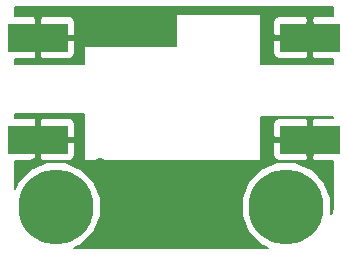
<source format=gbl>
G04 #@! TF.FileFunction,Copper,L2,Bot,Signal*
%FSLAX46Y46*%
G04 Gerber Fmt 4.6, Leading zero omitted, Abs format (unit mm)*
G04 Created by KiCad (PCBNEW (after 2015-mar-04 BZR unknown)-product) date 4/20/2017 4:49:57 PM*
%MOMM*%
G01*
G04 APERTURE LIST*
%ADD10C,0.150000*%
%ADD11R,5.080000X2.413000*%
%ADD12C,6.350000*%
%ADD13C,0.889000*%
%ADD14C,0.635000*%
%ADD15C,0.203200*%
G04 APERTURE END LIST*
D10*
D11*
X2500000Y-3182000D03*
X2500000Y-11818000D03*
X25500000Y-3182000D03*
X25500000Y-11818000D03*
D12*
X23500000Y-17500000D03*
X4000000Y-17500000D03*
D13*
X2500000Y-1250000D03*
X2250000Y-13750000D03*
X25500000Y-13750000D03*
X25500000Y-1250000D03*
X11250000Y-2500000D03*
X7750000Y-13750000D03*
X12750000Y-14000000D03*
X17500000Y-14000000D03*
D14*
X25500000Y-2000000D02*
X25500000Y-3182000D01*
X25500000Y-11818000D02*
X25500000Y-13000000D01*
X2500000Y-12750000D02*
X2500000Y-11818000D01*
X2500000Y-3182000D02*
X2500000Y-2500000D01*
D15*
G36*
X27453900Y-5398400D02*
X25347600Y-5398400D01*
X25347600Y-4845700D01*
X25347600Y-3334400D01*
X25347600Y-3029600D01*
X25347600Y-1518300D01*
X25195200Y-1365900D01*
X22838743Y-1365900D01*
X22614689Y-1458706D01*
X22443206Y-1630189D01*
X22350400Y-1854243D01*
X22350400Y-2096757D01*
X22350400Y-2877200D01*
X22502800Y-3029600D01*
X25347600Y-3029600D01*
X25347600Y-3334400D01*
X22502800Y-3334400D01*
X22350400Y-3486800D01*
X22350400Y-4267243D01*
X22350400Y-4509757D01*
X22443206Y-4733811D01*
X22614689Y-4905294D01*
X22838743Y-4998100D01*
X25195200Y-4998100D01*
X25347600Y-4845700D01*
X25347600Y-5398400D01*
X21351600Y-5398400D01*
X21351600Y-1148400D01*
X14148400Y-1148400D01*
X14148400Y-3898400D01*
X6398400Y-3898400D01*
X6398400Y-5398400D01*
X5649600Y-5398400D01*
X5649600Y-4509757D01*
X5649600Y-4267243D01*
X5649600Y-3486800D01*
X5649600Y-2877200D01*
X5649600Y-2096757D01*
X5649600Y-1854243D01*
X5556794Y-1630189D01*
X5385311Y-1458706D01*
X5161257Y-1365900D01*
X2804800Y-1365900D01*
X2652400Y-1518300D01*
X2652400Y-3029600D01*
X5497200Y-3029600D01*
X5649600Y-2877200D01*
X5649600Y-3486800D01*
X5497200Y-3334400D01*
X2652400Y-3334400D01*
X2652400Y-4845700D01*
X2804800Y-4998100D01*
X5161257Y-4998100D01*
X5385311Y-4905294D01*
X5556794Y-4733811D01*
X5649600Y-4509757D01*
X5649600Y-5398400D01*
X546100Y-5398400D01*
X546100Y-4998100D01*
X2195200Y-4998100D01*
X2347600Y-4845700D01*
X2347600Y-3334400D01*
X2327600Y-3334400D01*
X2327600Y-3029600D01*
X2347600Y-3029600D01*
X2347600Y-1518300D01*
X2195200Y-1365900D01*
X546100Y-1365900D01*
X546100Y-546100D01*
X27453900Y-546100D01*
X27453900Y-1365900D01*
X25804800Y-1365900D01*
X25652400Y-1518300D01*
X25652400Y-3029600D01*
X25672400Y-3029600D01*
X25672400Y-3334400D01*
X25652400Y-3334400D01*
X25652400Y-4845700D01*
X25804800Y-4998100D01*
X27453900Y-4998100D01*
X27453900Y-5398400D01*
X27453900Y-5398400D01*
G37*
X27453900Y-5398400D02*
X25347600Y-5398400D01*
X25347600Y-4845700D01*
X25347600Y-3334400D01*
X25347600Y-3029600D01*
X25347600Y-1518300D01*
X25195200Y-1365900D01*
X22838743Y-1365900D01*
X22614689Y-1458706D01*
X22443206Y-1630189D01*
X22350400Y-1854243D01*
X22350400Y-2096757D01*
X22350400Y-2877200D01*
X22502800Y-3029600D01*
X25347600Y-3029600D01*
X25347600Y-3334400D01*
X22502800Y-3334400D01*
X22350400Y-3486800D01*
X22350400Y-4267243D01*
X22350400Y-4509757D01*
X22443206Y-4733811D01*
X22614689Y-4905294D01*
X22838743Y-4998100D01*
X25195200Y-4998100D01*
X25347600Y-4845700D01*
X25347600Y-5398400D01*
X21351600Y-5398400D01*
X21351600Y-1148400D01*
X14148400Y-1148400D01*
X14148400Y-3898400D01*
X6398400Y-3898400D01*
X6398400Y-5398400D01*
X5649600Y-5398400D01*
X5649600Y-4509757D01*
X5649600Y-4267243D01*
X5649600Y-3486800D01*
X5649600Y-2877200D01*
X5649600Y-2096757D01*
X5649600Y-1854243D01*
X5556794Y-1630189D01*
X5385311Y-1458706D01*
X5161257Y-1365900D01*
X2804800Y-1365900D01*
X2652400Y-1518300D01*
X2652400Y-3029600D01*
X5497200Y-3029600D01*
X5649600Y-2877200D01*
X5649600Y-3486800D01*
X5497200Y-3334400D01*
X2652400Y-3334400D01*
X2652400Y-4845700D01*
X2804800Y-4998100D01*
X5161257Y-4998100D01*
X5385311Y-4905294D01*
X5556794Y-4733811D01*
X5649600Y-4509757D01*
X5649600Y-5398400D01*
X546100Y-5398400D01*
X546100Y-4998100D01*
X2195200Y-4998100D01*
X2347600Y-4845700D01*
X2347600Y-3334400D01*
X2327600Y-3334400D01*
X2327600Y-3029600D01*
X2347600Y-3029600D01*
X2347600Y-1518300D01*
X2195200Y-1365900D01*
X546100Y-1365900D01*
X546100Y-546100D01*
X27453900Y-546100D01*
X27453900Y-1365900D01*
X25804800Y-1365900D01*
X25652400Y-1518300D01*
X25652400Y-3029600D01*
X25672400Y-3029600D01*
X25672400Y-3334400D01*
X25652400Y-3334400D01*
X25652400Y-4845700D01*
X25804800Y-4998100D01*
X27453900Y-4998100D01*
X27453900Y-5398400D01*
G36*
X27453900Y-17446212D02*
X27340623Y-18015692D01*
X27284102Y-18072213D01*
X27285256Y-16750499D01*
X26710299Y-15358997D01*
X25646603Y-14293443D01*
X25347600Y-14169286D01*
X25347600Y-13481700D01*
X25347600Y-11970400D01*
X25347600Y-11665600D01*
X25347600Y-10154300D01*
X25195200Y-10001900D01*
X22838743Y-10001900D01*
X22614689Y-10094706D01*
X22443206Y-10266189D01*
X22350400Y-10490243D01*
X22350400Y-10732757D01*
X22350400Y-11513200D01*
X22502800Y-11665600D01*
X25347600Y-11665600D01*
X25347600Y-11970400D01*
X22502800Y-11970400D01*
X22350400Y-12122800D01*
X22350400Y-12903243D01*
X22350400Y-13145757D01*
X22443206Y-13369811D01*
X22614689Y-13541294D01*
X22838743Y-13634100D01*
X25195200Y-13634100D01*
X25347600Y-13481700D01*
X25347600Y-14169286D01*
X24256106Y-13716058D01*
X22750499Y-13714744D01*
X21358997Y-14289701D01*
X20293443Y-15353397D01*
X19716058Y-16743894D01*
X19714744Y-18249501D01*
X20289701Y-19641003D01*
X21353397Y-20706557D01*
X21949064Y-20953900D01*
X5551443Y-20953900D01*
X6141003Y-20710299D01*
X7206557Y-19646603D01*
X7783942Y-18256106D01*
X7785256Y-16750499D01*
X7210299Y-15358997D01*
X6146603Y-14293443D01*
X5649600Y-14087069D01*
X5649600Y-13145757D01*
X5649600Y-12903243D01*
X5649600Y-12122800D01*
X5649600Y-11513200D01*
X5649600Y-10732757D01*
X5649600Y-10490243D01*
X5556794Y-10266189D01*
X5385311Y-10094706D01*
X5161257Y-10001900D01*
X2804800Y-10001900D01*
X2652400Y-10154300D01*
X2652400Y-11665600D01*
X5497200Y-11665600D01*
X5649600Y-11513200D01*
X5649600Y-12122800D01*
X5497200Y-11970400D01*
X2652400Y-11970400D01*
X2652400Y-13481700D01*
X2804800Y-13634100D01*
X5161257Y-13634100D01*
X5385311Y-13541294D01*
X5556794Y-13369811D01*
X5649600Y-13145757D01*
X5649600Y-14087069D01*
X4756106Y-13716058D01*
X3250499Y-13714744D01*
X1858997Y-14289701D01*
X793443Y-15353397D01*
X546100Y-15949064D01*
X546100Y-13634100D01*
X2195200Y-13634100D01*
X2347600Y-13481700D01*
X2347600Y-11970400D01*
X2327600Y-11970400D01*
X2327600Y-11665600D01*
X2347600Y-11665600D01*
X2347600Y-10154300D01*
X2195200Y-10001900D01*
X546100Y-10001900D01*
X546100Y-9601600D01*
X6398400Y-9601600D01*
X6398400Y-13601600D01*
X21351600Y-13601600D01*
X21351600Y-9851600D01*
X27453900Y-9851600D01*
X27453900Y-10001900D01*
X25804800Y-10001900D01*
X25652400Y-10154300D01*
X25652400Y-11665600D01*
X25672400Y-11665600D01*
X25672400Y-11970400D01*
X25652400Y-11970400D01*
X25652400Y-13481700D01*
X25804800Y-13634100D01*
X27453900Y-13634100D01*
X27453900Y-17446212D01*
X27453900Y-17446212D01*
G37*
X27453900Y-17446212D02*
X27340623Y-18015692D01*
X27284102Y-18072213D01*
X27285256Y-16750499D01*
X26710299Y-15358997D01*
X25646603Y-14293443D01*
X25347600Y-14169286D01*
X25347600Y-13481700D01*
X25347600Y-11970400D01*
X25347600Y-11665600D01*
X25347600Y-10154300D01*
X25195200Y-10001900D01*
X22838743Y-10001900D01*
X22614689Y-10094706D01*
X22443206Y-10266189D01*
X22350400Y-10490243D01*
X22350400Y-10732757D01*
X22350400Y-11513200D01*
X22502800Y-11665600D01*
X25347600Y-11665600D01*
X25347600Y-11970400D01*
X22502800Y-11970400D01*
X22350400Y-12122800D01*
X22350400Y-12903243D01*
X22350400Y-13145757D01*
X22443206Y-13369811D01*
X22614689Y-13541294D01*
X22838743Y-13634100D01*
X25195200Y-13634100D01*
X25347600Y-13481700D01*
X25347600Y-14169286D01*
X24256106Y-13716058D01*
X22750499Y-13714744D01*
X21358997Y-14289701D01*
X20293443Y-15353397D01*
X19716058Y-16743894D01*
X19714744Y-18249501D01*
X20289701Y-19641003D01*
X21353397Y-20706557D01*
X21949064Y-20953900D01*
X5551443Y-20953900D01*
X6141003Y-20710299D01*
X7206557Y-19646603D01*
X7783942Y-18256106D01*
X7785256Y-16750499D01*
X7210299Y-15358997D01*
X6146603Y-14293443D01*
X5649600Y-14087069D01*
X5649600Y-13145757D01*
X5649600Y-12903243D01*
X5649600Y-12122800D01*
X5649600Y-11513200D01*
X5649600Y-10732757D01*
X5649600Y-10490243D01*
X5556794Y-10266189D01*
X5385311Y-10094706D01*
X5161257Y-10001900D01*
X2804800Y-10001900D01*
X2652400Y-10154300D01*
X2652400Y-11665600D01*
X5497200Y-11665600D01*
X5649600Y-11513200D01*
X5649600Y-12122800D01*
X5497200Y-11970400D01*
X2652400Y-11970400D01*
X2652400Y-13481700D01*
X2804800Y-13634100D01*
X5161257Y-13634100D01*
X5385311Y-13541294D01*
X5556794Y-13369811D01*
X5649600Y-13145757D01*
X5649600Y-14087069D01*
X4756106Y-13716058D01*
X3250499Y-13714744D01*
X1858997Y-14289701D01*
X793443Y-15353397D01*
X546100Y-15949064D01*
X546100Y-13634100D01*
X2195200Y-13634100D01*
X2347600Y-13481700D01*
X2347600Y-11970400D01*
X2327600Y-11970400D01*
X2327600Y-11665600D01*
X2347600Y-11665600D01*
X2347600Y-10154300D01*
X2195200Y-10001900D01*
X546100Y-10001900D01*
X546100Y-9601600D01*
X6398400Y-9601600D01*
X6398400Y-13601600D01*
X21351600Y-13601600D01*
X21351600Y-9851600D01*
X27453900Y-9851600D01*
X27453900Y-10001900D01*
X25804800Y-10001900D01*
X25652400Y-10154300D01*
X25652400Y-11665600D01*
X25672400Y-11665600D01*
X25672400Y-11970400D01*
X25652400Y-11970400D01*
X25652400Y-13481700D01*
X25804800Y-13634100D01*
X27453900Y-13634100D01*
X27453900Y-17446212D01*
M02*

</source>
